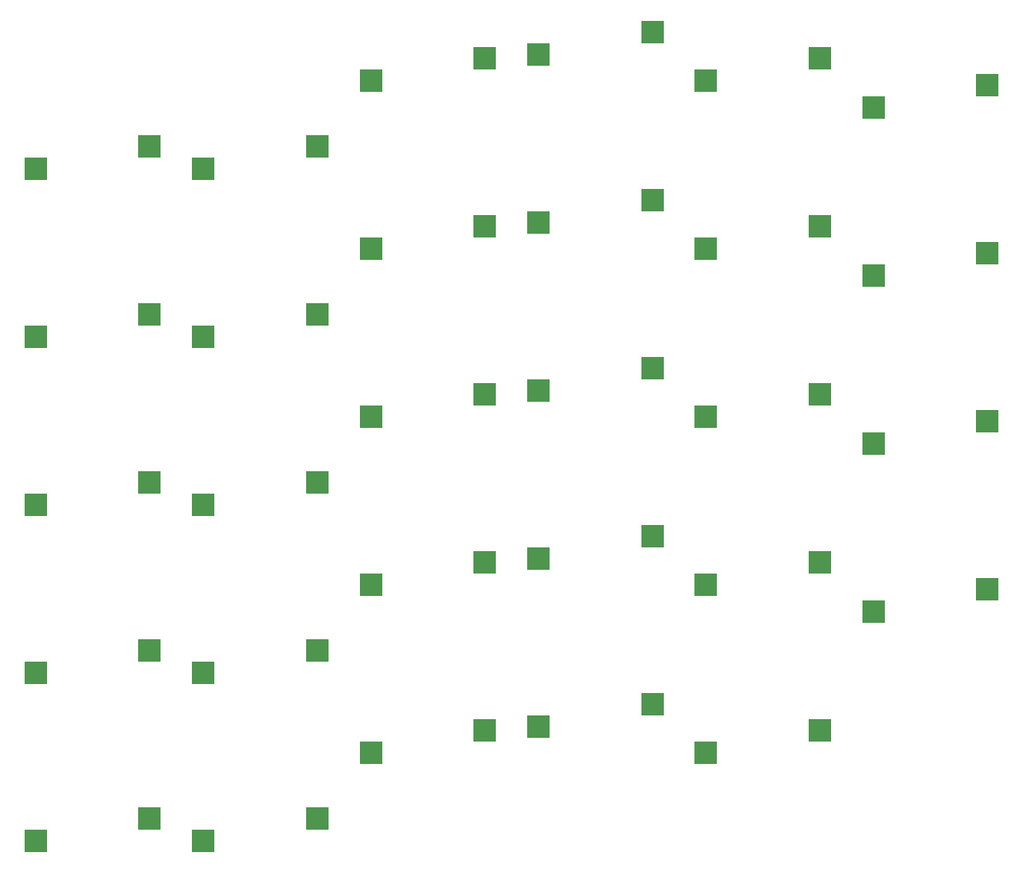
<source format=gbr>
%TF.GenerationSoftware,KiCad,Pcbnew,7.0.2*%
%TF.CreationDate,2023-04-26T23:00:13+02:00*%
%TF.ProjectId,phoenix-no-controller,70686f65-6e69-4782-9d6e-6f2d636f6e74,v1.0.0*%
%TF.SameCoordinates,Original*%
%TF.FileFunction,Paste,Bot*%
%TF.FilePolarity,Positive*%
%FSLAX46Y46*%
G04 Gerber Fmt 4.6, Leading zero omitted, Abs format (unit mm)*
G04 Created by KiCad (PCBNEW 7.0.2) date 2023-04-26 23:00:13*
%MOMM*%
%LPD*%
G01*
G04 APERTURE LIST*
%ADD10R,2.550000X2.500000*%
G04 APERTURE END LIST*
D10*
%TO.C,S28*%
X228422500Y-111884810D03*
X241349500Y-109344810D03*
%TD*%
%TO.C,S21*%
X209422500Y-146984810D03*
X222349500Y-144444810D03*
%TD*%
%TO.C,S24*%
X209422500Y-89834810D03*
X222349500Y-87294810D03*
%TD*%
%TO.C,S11*%
X171422500Y-146984810D03*
X184349500Y-144444810D03*
%TD*%
%TO.C,S15*%
X190422500Y-163034810D03*
X203349500Y-160494810D03*
%TD*%
%TO.C,S12*%
X171422500Y-127934810D03*
X184349500Y-125394810D03*
%TD*%
%TO.C,S4*%
X133422500Y-99834810D03*
X146349500Y-97294810D03*
%TD*%
%TO.C,S6*%
X152422500Y-156984810D03*
X165349500Y-154444810D03*
%TD*%
%TO.C,S10*%
X171422500Y-166034810D03*
X184349500Y-163494810D03*
%TD*%
%TO.C,S20*%
X209422500Y-166034810D03*
X222349500Y-163494810D03*
%TD*%
%TO.C,S27*%
X228422500Y-130934810D03*
X241349500Y-128394810D03*
%TD*%
%TO.C,S17*%
X190422500Y-124934810D03*
X203349500Y-122394810D03*
%TD*%
%TO.C,S29*%
X228422500Y-92834810D03*
X241349500Y-90294810D03*
%TD*%
%TO.C,S3*%
X133422500Y-118884810D03*
X146349500Y-116344810D03*
%TD*%
%TO.C,S1*%
X133422500Y-156984810D03*
X146349500Y-154444810D03*
%TD*%
%TO.C,S13*%
X171422500Y-108884810D03*
X184349500Y-106344810D03*
%TD*%
%TO.C,S22*%
X209422500Y-127934810D03*
X222349500Y-125394810D03*
%TD*%
%TO.C,S7*%
X152422500Y-137934810D03*
X165349500Y-135394810D03*
%TD*%
%TO.C,S23*%
X209422500Y-108884810D03*
X222349500Y-106344810D03*
%TD*%
%TO.C,S16*%
X190422500Y-143984810D03*
X203349500Y-141444810D03*
%TD*%
%TO.C,S19*%
X190422500Y-86834810D03*
X203349500Y-84294810D03*
%TD*%
%TO.C,S14*%
X171422500Y-89834810D03*
X184349500Y-87294810D03*
%TD*%
%TO.C,S2*%
X133422500Y-137934810D03*
X146349500Y-135394810D03*
%TD*%
%TO.C,S8*%
X152422500Y-118884810D03*
X165349500Y-116344810D03*
%TD*%
%TO.C,S26*%
X228422500Y-149984810D03*
X241349500Y-147444810D03*
%TD*%
%TO.C,S5*%
X152422500Y-176034810D03*
X165349500Y-173494810D03*
%TD*%
%TO.C,S9*%
X152422500Y-99834810D03*
X165349500Y-97294810D03*
%TD*%
%TO.C,S18*%
X190422500Y-105884810D03*
X203349500Y-103344810D03*
%TD*%
%TO.C,S1*%
X133423000Y-176040000D03*
X146350000Y-173500000D03*
%TD*%
M02*

</source>
